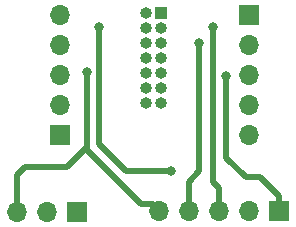
<source format=gbr>
%TF.GenerationSoftware,KiCad,Pcbnew,7.0.8-7.0.8~ubuntu22.04.1*%
%TF.CreationDate,2023-10-13T21:40:15+02:00*%
%TF.ProjectId,st_adap,73745f61-6461-4702-9e6b-696361645f70,rev?*%
%TF.SameCoordinates,Original*%
%TF.FileFunction,Copper,L2,Bot*%
%TF.FilePolarity,Positive*%
%FSLAX46Y46*%
G04 Gerber Fmt 4.6, Leading zero omitted, Abs format (unit mm)*
G04 Created by KiCad (PCBNEW 7.0.8-7.0.8~ubuntu22.04.1) date 2023-10-13 21:40:15*
%MOMM*%
%LPD*%
G01*
G04 APERTURE LIST*
%TA.AperFunction,ComponentPad*%
%ADD10R,1.000000X1.000000*%
%TD*%
%TA.AperFunction,ComponentPad*%
%ADD11O,1.000000X1.000000*%
%TD*%
%TA.AperFunction,ComponentPad*%
%ADD12R,1.700000X1.700000*%
%TD*%
%TA.AperFunction,ComponentPad*%
%ADD13O,1.700000X1.700000*%
%TD*%
%TA.AperFunction,ViaPad*%
%ADD14C,0.800000*%
%TD*%
%TA.AperFunction,Conductor*%
%ADD15C,0.500000*%
%TD*%
G04 APERTURE END LIST*
D10*
%TO.P,J1,1,Pin_1*%
%TO.N,unconnected-(J1-Pin_1-Pad1)*%
X208565000Y-97790000D03*
D11*
%TO.P,J1,2,Pin_2*%
%TO.N,unconnected-(J1-Pin_2-Pad2)*%
X207295000Y-97790000D03*
%TO.P,J1,3,Pin_3*%
%TO.N,/T_JTMS{slash}T_SWDIO*%
X208565000Y-99060000D03*
%TO.P,J1,4,Pin_4*%
%TO.N,/T_VCC*%
X207295000Y-99060000D03*
%TO.P,J1,5,Pin_5*%
%TO.N,/T_JCLK{slash}T_SWCLK*%
X208565000Y-100330000D03*
%TO.P,J1,6,Pin_6*%
%TO.N,/GND1*%
X207295000Y-100330000D03*
%TO.P,J1,7,Pin_7*%
%TO.N,/T_JTDO{slash}T_SWO*%
X208565000Y-101600000D03*
%TO.P,J1,8,Pin_8*%
%TO.N,/GND2*%
X207295000Y-101600000D03*
%TO.P,J1,9,Pin_9*%
%TO.N,/T_JTDI{slash}NC*%
X208565000Y-102870000D03*
%TO.P,J1,10,Pin_10*%
%TO.N,/T_JRCLK*%
X207295000Y-102870000D03*
%TO.P,J1,11,Pin_11*%
%TO.N,/T_NRST*%
X208565000Y-104140000D03*
%TO.P,J1,12,Pin_12*%
%TO.N,/GNDDETECT*%
X207295000Y-104140000D03*
%TO.P,J1,13,Pin_13*%
%TO.N,/T_VCP_TX*%
X208565000Y-105410000D03*
%TO.P,J1,14,Pin_14*%
%TO.N,/T_VCP_RX*%
X207295000Y-105410000D03*
%TD*%
D12*
%TO.P,J5,1,Pin_1*%
%TO.N,/T_VCP_TX*%
X201480000Y-114600000D03*
D13*
%TO.P,J5,2,Pin_2*%
%TO.N,/T_VCP_RX*%
X198940000Y-114600000D03*
%TO.P,J5,3,Pin_3*%
%TO.N,/GND2*%
X196400000Y-114600000D03*
%TD*%
D12*
%TO.P,J2,1,Pin_1*%
%TO.N,/T_JTMS{slash}T_SWDIO*%
X216000000Y-98000000D03*
D13*
%TO.P,J2,2,Pin_2*%
%TO.N,/T_JCLK{slash}T_SWCLK*%
X216000000Y-100540000D03*
%TO.P,J2,3,Pin_3*%
%TO.N,/T_JTDO{slash}T_SWO*%
X216000000Y-103080000D03*
%TO.P,J2,4,Pin_4*%
%TO.N,/T_JTDI{slash}NC*%
X216000000Y-105620000D03*
%TO.P,J2,5,Pin_5*%
%TO.N,/T_NRST*%
X216000000Y-108160000D03*
%TD*%
D12*
%TO.P,J4,1,Pin_1*%
%TO.N,/T_JTDO{slash}T_SWO*%
X218550000Y-114550000D03*
D13*
%TO.P,J4,2,Pin_2*%
%TO.N,/T_VCC*%
X216010000Y-114550000D03*
%TO.P,J4,3,Pin_3*%
%TO.N,/T_JTMS{slash}T_SWDIO*%
X213470000Y-114550000D03*
%TO.P,J4,4,Pin_4*%
%TO.N,/T_JCLK{slash}T_SWCLK*%
X210930000Y-114550000D03*
%TO.P,J4,5,Pin_5*%
%TO.N,/GND2*%
X208390000Y-114550000D03*
%TD*%
D12*
%TO.P,J3,1,Pin_1*%
%TO.N,/GNDDETECT*%
X200000000Y-108160000D03*
D13*
%TO.P,J3,2,Pin_2*%
%TO.N,/T_JRCLK*%
X200000000Y-105620000D03*
%TO.P,J3,3,Pin_3*%
%TO.N,/GND2*%
X200000000Y-103080000D03*
%TO.P,J3,4,Pin_4*%
%TO.N,/GND1*%
X200000000Y-100540000D03*
%TO.P,J3,5,Pin_5*%
%TO.N,/T_VCC*%
X200000000Y-98000000D03*
%TD*%
D14*
%TO.N,/T_VCC*%
X203300000Y-99000000D03*
X209450000Y-111200000D03*
%TO.N,/T_JTMS{slash}T_SWDIO*%
X213000000Y-99000000D03*
%TO.N,/T_JCLK{slash}T_SWCLK*%
X211800000Y-100300000D03*
%TO.N,/T_JTDO{slash}T_SWO*%
X214100000Y-103100000D03*
%TO.N,/GND2*%
X202300000Y-102800000D03*
%TD*%
D15*
%TO.N,/T_VCC*%
X203300000Y-108900000D02*
X203300000Y-99000000D01*
X209450000Y-111200000D02*
X205600000Y-111200000D01*
X205600000Y-111200000D02*
X203300000Y-108900000D01*
%TO.N,/T_JTMS{slash}T_SWDIO*%
X213470000Y-112575000D02*
X212995000Y-112100000D01*
X213470000Y-114550000D02*
X213470000Y-112575000D01*
X212995000Y-99005000D02*
X213000000Y-99000000D01*
X212995000Y-112100000D02*
X212995000Y-99005000D01*
%TO.N,/T_JCLK{slash}T_SWCLK*%
X211800000Y-111200000D02*
X211800000Y-110900000D01*
X210930000Y-114550000D02*
X210930000Y-112070000D01*
X211800000Y-110900000D02*
X211800000Y-100300000D01*
X210930000Y-112070000D02*
X211800000Y-111200000D01*
%TO.N,/T_JTDO{slash}T_SWO*%
X217000000Y-111700000D02*
X218550000Y-113250000D01*
X215775000Y-111700000D02*
X217000000Y-111700000D01*
X214100000Y-110025000D02*
X215775000Y-111700000D01*
X214100000Y-110025000D02*
X214100000Y-103100000D01*
X218550000Y-113250000D02*
X218550000Y-114550000D01*
%TO.N,/GND2*%
X199170000Y-110830000D02*
X197970000Y-110830000D01*
X201580000Y-109880000D02*
X202180000Y-109280000D01*
X202300000Y-109160000D02*
X202300000Y-108600000D01*
X202300000Y-109400000D02*
X202300000Y-108600000D01*
X202800000Y-109900000D02*
X202180000Y-109280000D01*
X202180000Y-109280000D02*
X202300000Y-109160000D01*
X199170000Y-110830000D02*
X200630000Y-110830000D01*
X197070000Y-110830000D02*
X197970000Y-110830000D01*
X201580000Y-109880000D02*
X202300000Y-109160000D01*
X196400000Y-114600000D02*
X196400000Y-111500000D01*
X200630000Y-110830000D02*
X201580000Y-109880000D01*
X207915000Y-114000000D02*
X206900000Y-114000000D01*
X202800000Y-109900000D02*
X202300000Y-109400000D01*
X196400000Y-111500000D02*
X197070000Y-110830000D01*
X206900000Y-114000000D02*
X202800000Y-109900000D01*
X202300000Y-109160000D02*
X202300000Y-109400000D01*
X202300000Y-108600000D02*
X202300000Y-102800000D01*
%TD*%
M02*

</source>
